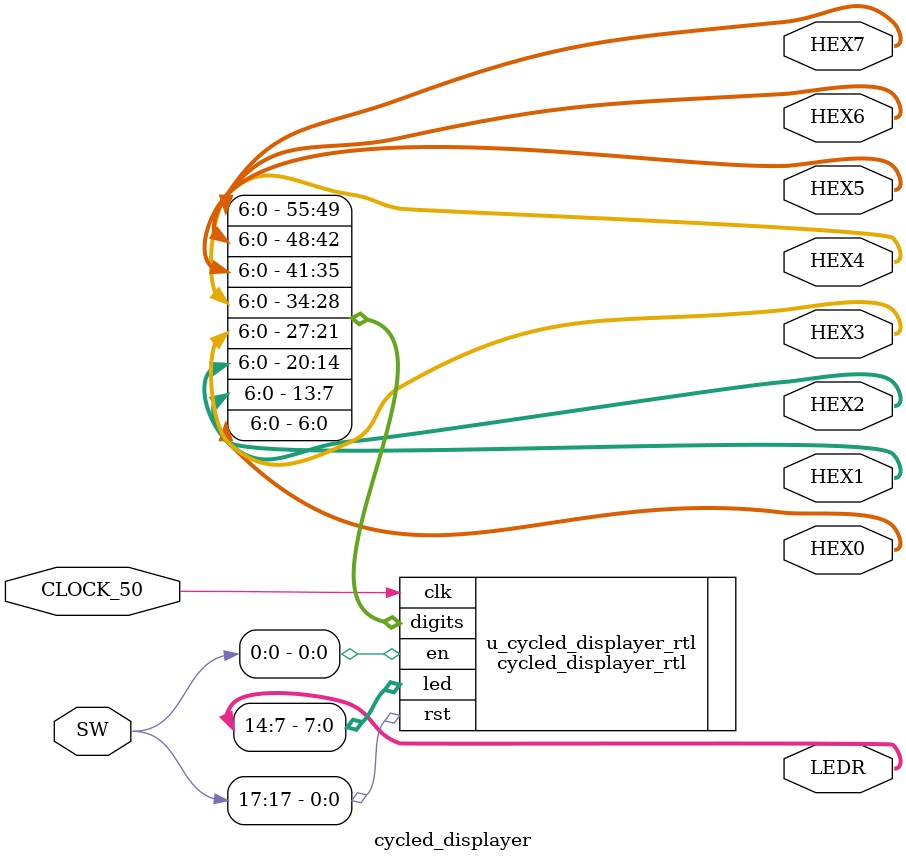
<source format=v>
module cycled_displayer (
    input CLOCK_50,
    input [17: 0] SW,

    output [14: 0] LEDR,
    output [6: 0] HEX0,
    output [6: 0] HEX1,
    output [6: 0] HEX2,
    output [6: 0] HEX3,
    output [6: 0] HEX4,
    output [6: 0] HEX5,
    output [6: 0] HEX6,
    output [6: 0] HEX7
);
    cycled_displayer_rtl #(
        .FREQ 	(25_000_000  )
    )   u_cycled_displayer_rtl(
        .clk    	(CLOCK_50   ),
        .rst    	(SW[17]     ),
        .en     	(SW[0]      ),
        .digits 	({HEX7, HEX6, HEX5, HEX4, HEX3, HEX2, HEX1, HEX0}  ),
        .led    	(LEDR[14: 7])
    );
    
endmodule
</source>
